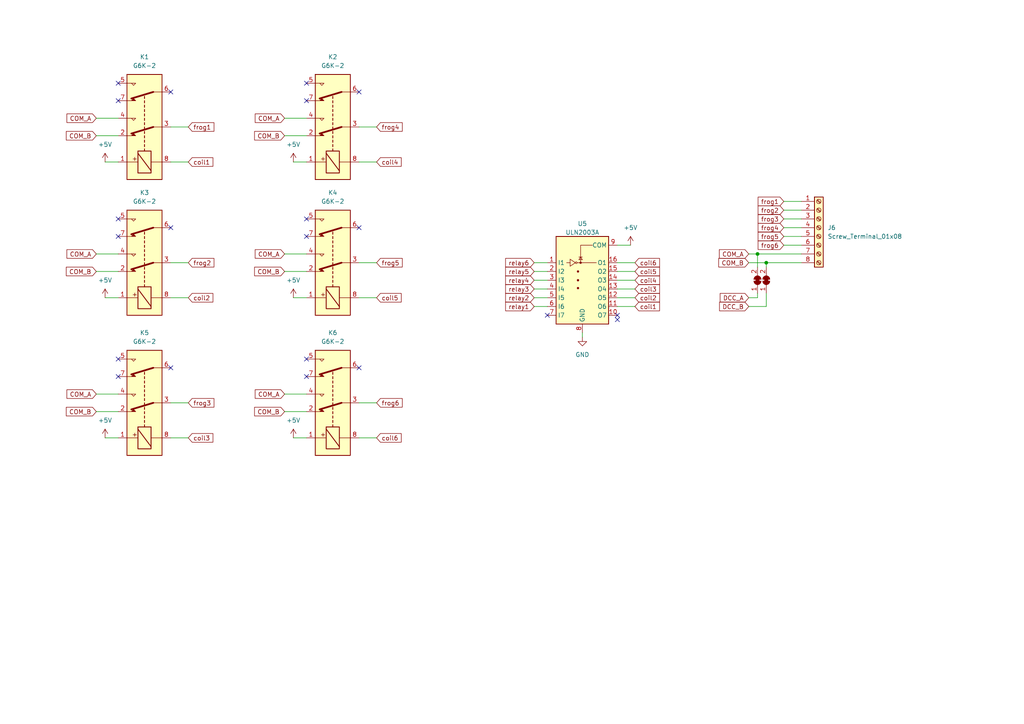
<source format=kicad_sch>
(kicad_sch (version 20211123) (generator eeschema)
  (paper "A4")
  (lib_symbols
    (symbol "Connector:Screw_Terminal_01x08" (pin_names (offset 1.016) hide)
      (property "Reference" "J" (at 0 10.16 0))
      (property "Value" "Screw_Terminal_01x08" (at 0 -12.7 0))
      (symbol "Screw_Terminal_01x08_1_1"
        (rectangle (start -1.27 8.89) (end 1.27 -11.43) (stroke (width 0.254)) (fill (type background)))
        (circle (center 0 -10.16) (radius 0.635) (stroke (width 0.1524)))
        (circle (center 0 -7.62) (radius 0.635) (stroke (width 0.1524)))
        (circle (center 0 -5.08) (radius 0.635) (stroke (width 0.1524)))
        (circle (center 0 -2.54) (radius 0.635) (stroke (width 0.1524)))
        (polyline (pts (xy -0.5334 -9.8298) (xy 0.3302 -10.668)) (stroke (width 0.1524)))
        (polyline (pts (xy -0.5334 -7.2898) (xy 0.3302 -8.128)) (stroke (width 0.1524)))
        (polyline (pts (xy -0.5334 -4.7498) (xy 0.3302 -5.588)) (stroke (width 0.1524)))
        (polyline (pts (xy -0.5334 -2.2098) (xy 0.3302 -3.048)) (stroke (width 0.1524)))
        (polyline (pts (xy -0.5334 0.3302) (xy 0.3302 -0.508)) (stroke (width 0.1524)))
        (polyline (pts (xy -0.5334 2.8702) (xy 0.3302 2.032)) (stroke (width 0.1524)))
        (polyline (pts (xy -0.5334 5.4102) (xy 0.3302 4.572)) (stroke (width 0.1524)))
        (polyline (pts (xy -0.5334 7.9502) (xy 0.3302 7.112)) (stroke (width 0.1524)))
        (polyline (pts (xy -0.3556 -9.652) (xy 0.508 -10.4902)) (stroke (width 0.1524)))
        (polyline (pts (xy -0.3556 -7.112) (xy 0.508 -7.9502)) (stroke (width 0.1524)))
        (polyline (pts (xy -0.3556 -4.572) (xy 0.508 -5.4102)) (stroke (width 0.1524)))
        (polyline (pts (xy -0.3556 -2.032) (xy 0.508 -2.8702)) (stroke (width 0.1524)))
        (polyline (pts (xy -0.3556 0.508) (xy 0.508 -0.3302)) (stroke (width 0.1524)))
        (polyline (pts (xy -0.3556 3.048) (xy 0.508 2.2098)) (stroke (width 0.1524)))
        (polyline (pts (xy -0.3556 5.588) (xy 0.508 4.7498)) (stroke (width 0.1524)))
        (polyline (pts (xy -0.3556 8.128) (xy 0.508 7.2898)) (stroke (width 0.1524)))
        (circle (center 0 0) (radius 0.635) (stroke (width 0.1524)))
        (circle (center 0 2.54) (radius 0.635) (stroke (width 0.1524)))
        (circle (center 0 5.08) (radius 0.635) (stroke (width 0.1524)))
        (circle (center 0 7.62) (radius 0.635) (stroke (width 0.1524)))
        (pin passive line (at -5.08 7.62 0) (length 3.81) (name "Pin_1") (number "1"))
        (pin passive line (at -5.08 5.08 0) (length 3.81) (name "Pin_2") (number "2"))
        (pin passive line (at -5.08 2.54 0) (length 3.81) (name "Pin_3") (number "3"))
        (pin passive line (at -5.08 0 0) (length 3.81) (name "Pin_4") (number "4"))
        (pin passive line (at -5.08 -2.54 0) (length 3.81) (name "Pin_5") (number "5"))
        (pin passive line (at -5.08 -5.08 0) (length 3.81) (name "Pin_6") (number "6"))
        (pin passive line (at -5.08 -7.62 0) (length 3.81) (name "Pin_7") (number "7"))
        (pin passive line (at -5.08 -10.16 0) (length 3.81) (name "Pin_8") (number "8"))
      )
    )
    (symbol "Jumper:SolderJumper_2_Bridged" (pin_names (offset 0) hide)
      (property "Reference" "JP" (at 0 2.032 0))
      (property "Value" "SolderJumper_2_Bridged" (at 0 -2.54 0))
      (symbol "SolderJumper_2_Bridged_0_1"
        (rectangle (start -0.508 0.508) (end 0.508 -0.508) (fill (type outline)))
        (arc (start -0.254 1.016) (mid -1.27 0) (end -0.254 -1.016))
        (arc (start -0.254 1.016) (mid -1.27 0) (end -0.254 -1.016) (fill (type outline)))
        (polyline (pts (xy -0.254 1.016) (xy -0.254 -1.016)))
        (polyline (pts (xy 0.254 1.016) (xy 0.254 -1.016)))
        (arc (start 0.254 -1.016) (mid 1.27 0) (end 0.254 1.016))
        (arc (start 0.254 -1.016) (mid 1.27 0) (end 0.254 1.016) (fill (type outline)))
      )
      (symbol "SolderJumper_2_Bridged_1_1"
        (pin passive line (at -3.81 0 0) (length 2.54) (name "A") (number "1"))
        (pin passive line (at 3.81 0 180) (length 2.54) (name "B") (number "2"))
      )
    )
    (symbol "Relay:G6K-2"
      (property "Reference" "K" (at 16.51 3.81 0))
      (property "Value" "G6K-2" (at 16.51 1.27 0))
      (symbol "G6K-2_0_0"
        (text "+" (at -9.271 2.921 0) (effects (font (size 1.27 1.27))))
      )
      (symbol "G6K-2_0_1"
        (rectangle (start -15.24 5.08) (end 15.24 -5.08) (stroke (width 0.254)) (fill (type background)))
        (rectangle (start -13.335 1.905) (end -6.985 -1.905) (stroke (width 0.254)))
        (polyline (pts (xy -12.7 -1.905) (xy -7.62 1.905)) (stroke (width 0.254)))
        (polyline (pts (xy -10.16 -5.08) (xy -10.16 -1.905)))
        (polyline (pts (xy -10.16 5.08) (xy -10.16 1.905)))
        (polyline (pts (xy -6.985 0) (xy -6.35 0)) (stroke (width 0.254)))
        (polyline (pts (xy -5.715 0) (xy -5.08 0)) (stroke (width 0.254)))
        (polyline (pts (xy -4.445 0) (xy -3.81 0)) (stroke (width 0.254)))
        (polyline (pts (xy -3.175 0) (xy -2.54 0)) (stroke (width 0.254)))
        (polyline (pts (xy -1.905 0) (xy -1.27 0)) (stroke (width 0.254)))
        (polyline (pts (xy -0.635 0) (xy 0 0)) (stroke (width 0.254)))
        (polyline (pts (xy 0 -2.54) (xy -1.905 3.81)) (stroke (width 0.508)))
        (polyline (pts (xy 0 -2.54) (xy 0 -5.08)))
        (polyline (pts (xy 0.635 0) (xy 1.27 0)) (stroke (width 0.254)))
        (polyline (pts (xy 1.905 0) (xy 2.54 0)) (stroke (width 0.254)))
        (polyline (pts (xy 3.175 0) (xy 3.81 0)) (stroke (width 0.254)))
        (polyline (pts (xy 4.445 0) (xy 5.08 0)) (stroke (width 0.254)))
        (polyline (pts (xy 5.715 0) (xy 6.35 0)) (stroke (width 0.254)))
        (polyline (pts (xy 6.985 0) (xy 7.62 0)) (stroke (width 0.254)))
        (polyline (pts (xy 8.255 0) (xy 8.89 0)) (stroke (width 0.254)))
        (polyline (pts (xy 10.16 -2.54) (xy 8.255 3.81)) (stroke (width 0.508)))
        (polyline (pts (xy 10.16 -2.54) (xy 10.16 -5.08)))
        (polyline (pts (xy -2.54 5.08) (xy -2.54 2.54) (xy -1.905 3.175) (xy -2.54 3.81)) (fill (type outline)))
        (polyline (pts (xy 2.54 5.08) (xy 2.54 2.54) (xy 1.905 3.175) (xy 2.54 3.81)))
        (polyline (pts (xy 7.62 5.08) (xy 7.62 2.54) (xy 8.255 3.175) (xy 7.62 3.81)) (fill (type outline)))
        (polyline (pts (xy 12.7 5.08) (xy 12.7 2.54) (xy 12.065 3.175) (xy 12.7 3.81)))
      )
      (symbol "G6K-2_1_1"
        (pin passive line (at -10.16 7.62 270) (length 2.54) (name "~") (number "1"))
        (pin passive line (at -2.54 7.62 270) (length 2.54) (name "~") (number "2"))
        (pin passive line (at 0 -7.62 90) (length 2.54) (name "~") (number "3"))
        (pin passive line (at 2.54 7.62 270) (length 2.54) (name "~") (number "4"))
        (pin passive line (at 12.7 7.62 270) (length 2.54) (name "~") (number "5"))
        (pin passive line (at 10.16 -7.62 90) (length 2.54) (name "~") (number "6"))
        (pin passive line (at 7.62 7.62 270) (length 2.54) (name "~") (number "7"))
        (pin passive line (at -10.16 -7.62 90) (length 2.54) (name "~") (number "8"))
      )
    )
    (symbol "Transistor_Array:ULN2003A"
      (property "Reference" "U" (at 0 15.875 0))
      (property "Value" "ULN2003A" (at 0 13.97 0))
      (symbol "ULN2003A_0_1"
        (rectangle (start -7.62 -12.7) (end 7.62 12.7) (stroke (width 0.254)) (fill (type background)))
        (circle (center -1.778 5.08) (radius 0.254))
        (circle (center -1.27 -2.286) (radius 0.254) (fill (type outline)))
        (circle (center -1.27 0) (radius 0.254) (fill (type outline)))
        (circle (center -1.27 2.54) (radius 0.254) (fill (type outline)))
        (circle (center -0.508 5.08) (radius 0.254) (fill (type outline)))
        (polyline (pts (xy -4.572 5.08) (xy -3.556 5.08)))
        (polyline (pts (xy -1.524 5.08) (xy 4.064 5.08)))
        (polyline (pts (xy 0 6.731) (xy -1.016 6.731)))
        (polyline (pts (xy -0.508 5.08) (xy -0.508 10.16) (xy 2.921 10.16)))
        (polyline (pts (xy -3.556 6.096) (xy -3.556 4.064) (xy -2.032 5.08) (xy -3.556 6.096)))
        (polyline (pts (xy 0 5.969) (xy -1.016 5.969) (xy -0.508 6.731) (xy 0 5.969)))
      )
      (symbol "ULN2003A_1_1"
        (pin input line (at -10.16 5.08 0) (length 2.54) (name "I1") (number "1"))
        (pin open_collector line (at 10.16 -10.16 180) (length 2.54) (name "O7") (number "10"))
        (pin open_collector line (at 10.16 -7.62 180) (length 2.54) (name "O6") (number "11"))
        (pin open_collector line (at 10.16 -5.08 180) (length 2.54) (name "O5") (number "12"))
        (pin open_collector line (at 10.16 -2.54 180) (length 2.54) (name "O4") (number "13"))
        (pin open_collector line (at 10.16 0 180) (length 2.54) (name "O3") (number "14"))
        (pin open_collector line (at 10.16 2.54 180) (length 2.54) (name "O2") (number "15"))
        (pin open_collector line (at 10.16 5.08 180) (length 2.54) (name "O1") (number "16"))
        (pin input line (at -10.16 2.54 0) (length 2.54) (name "I2") (number "2"))
        (pin input line (at -10.16 0 0) (length 2.54) (name "I3") (number "3"))
        (pin input line (at -10.16 -2.54 0) (length 2.54) (name "I4") (number "4"))
        (pin input line (at -10.16 -5.08 0) (length 2.54) (name "I5") (number "5"))
        (pin input line (at -10.16 -7.62 0) (length 2.54) (name "I6") (number "6"))
        (pin input line (at -10.16 -10.16 0) (length 2.54) (name "I7") (number "7"))
        (pin power_in line (at 0 -15.24 90) (length 2.54) (name "GND") (number "8"))
        (pin passive line (at 10.16 10.16 180) (length 2.54) (name "COM") (number "9"))
      )
    )
    (symbol "power:+5V" (power) (pin_names (offset 0))
      (property "Value" "+5V" (at 0 3.556 0))
      (symbol "+5V_0_1"
        (polyline (pts (xy -0.762 1.27) (xy 0 2.54)))
        (polyline (pts (xy 0 0) (xy 0 2.54)))
        (polyline (pts (xy 0 2.54) (xy 0.762 1.27)))
      )
      (symbol "+5V_1_1"
        (pin power_in line (at 0 0 90) (length 0) hide (name "+5V") (number "1"))
      )
    )
    (symbol "power:GND" (power) (pin_names (offset 0))
      (property "Value" "GND" (at 0 -3.81 0))
      (symbol "GND_0_1"
        (polyline (pts (xy 0 0) (xy 0 -1.27) (xy 1.27 -1.27) (xy 0 -2.54) (xy -1.27 -1.27) (xy 0 -1.27)))
      )
      (symbol "GND_1_1"
        (pin power_in line (at 0 0 270) (length 0) hide (name "GND") (number "1"))
      )
    )
  )
  (junction (at 222.25 76.2))
  (junction (at 219.71 73.66))
  (no_connect (at 158.75 91.44))
  (no_connect (at 34.29 68.58))
  (no_connect (at 104.14 66.04))
  (no_connect (at 49.53 106.68))
  (no_connect (at 179.07 91.44))
  (no_connect (at 88.9 109.22))
  (no_connect (at 88.9 104.14))
  (no_connect (at 88.9 29.21))
  (no_connect (at 88.9 68.58))
  (no_connect (at 34.29 24.13))
  (no_connect (at 49.53 66.04))
  (no_connect (at 34.29 29.21))
  (no_connect (at 104.14 106.68))
  (no_connect (at 34.29 63.5))
  (no_connect (at 49.53 26.67))
  (no_connect (at 34.29 104.14))
  (no_connect (at 104.14 26.67))
  (no_connect (at 34.29 109.22))
  (no_connect (at 88.9 63.5))
  (no_connect (at 179.07 92.71))
  (no_connect (at 88.9 24.13))
  (wire (pts (xy 154.94 83.82) (xy 158.75 83.82)))
  (wire (pts (xy 179.07 71.12) (xy 182.88 71.12)))
  (wire (pts (xy 27.94 73.66) (xy 34.29 73.66)))
  (wire (pts (xy 54.61 36.83) (xy 49.53 36.83)))
  (wire (pts (xy 227.33 63.5) (xy 232.41 63.5)))
  (wire (pts (xy 34.29 86.36) (xy 30.48 86.36)))
  (wire (pts (xy 217.17 76.2) (xy 222.25 76.2)))
  (wire (pts (xy 222.25 76.2) (xy 232.41 76.2)))
  (wire (pts (xy 154.94 78.74) (xy 158.75 78.74)))
  (wire (pts (xy 217.17 86.36) (xy 219.71 86.36)))
  (wire (pts (xy 27.94 39.37) (xy 34.29 39.37)))
  (wire (pts (xy 54.61 127) (xy 49.53 127)))
  (wire (pts (xy 179.07 81.28) (xy 184.15 81.28)))
  (wire (pts (xy 54.61 46.99) (xy 49.53 46.99)))
  (wire (pts (xy 54.61 86.36) (xy 49.53 86.36)))
  (wire (pts (xy 27.94 119.38) (xy 34.29 119.38)))
  (wire (pts (xy 54.61 76.2) (xy 49.53 76.2)))
  (wire (pts (xy 109.22 76.2) (xy 104.14 76.2)))
  (wire (pts (xy 217.17 88.9) (xy 222.25 88.9)))
  (wire (pts (xy 88.9 127) (xy 85.09 127)))
  (wire (pts (xy 82.55 34.29) (xy 88.9 34.29)))
  (wire (pts (xy 227.33 60.96) (xy 232.41 60.96)))
  (wire (pts (xy 82.55 73.66) (xy 88.9 73.66)))
  (wire (pts (xy 222.25 88.9) (xy 222.25 85.09)))
  (wire (pts (xy 109.22 46.99) (xy 104.14 46.99)))
  (wire (pts (xy 227.33 58.42) (xy 232.41 58.42)))
  (wire (pts (xy 154.94 81.28) (xy 158.75 81.28)))
  (wire (pts (xy 109.22 86.36) (xy 104.14 86.36)))
  (wire (pts (xy 168.91 97.79) (xy 168.91 96.52)))
  (wire (pts (xy 27.94 78.74) (xy 34.29 78.74)))
  (wire (pts (xy 34.29 127) (xy 30.48 127)))
  (wire (pts (xy 222.25 76.2) (xy 222.25 77.47)))
  (wire (pts (xy 179.07 88.9) (xy 184.15 88.9)))
  (wire (pts (xy 88.9 86.36) (xy 85.09 86.36)))
  (wire (pts (xy 227.33 71.12) (xy 232.41 71.12)))
  (wire (pts (xy 82.55 78.74) (xy 88.9 78.74)))
  (wire (pts (xy 219.71 86.36) (xy 219.71 85.09)))
  (wire (pts (xy 179.07 78.74) (xy 184.15 78.74)))
  (wire (pts (xy 227.33 68.58) (xy 232.41 68.58)))
  (wire (pts (xy 179.07 86.36) (xy 184.15 86.36)))
  (wire (pts (xy 219.71 73.66) (xy 232.41 73.66)))
  (wire (pts (xy 27.94 34.29) (xy 34.29 34.29)))
  (wire (pts (xy 88.9 46.99) (xy 85.09 46.99)))
  (wire (pts (xy 154.94 88.9) (xy 158.75 88.9)))
  (wire (pts (xy 109.22 36.83) (xy 104.14 36.83)))
  (wire (pts (xy 109.22 116.84) (xy 104.14 116.84)))
  (wire (pts (xy 54.61 116.84) (xy 49.53 116.84)))
  (wire (pts (xy 219.71 73.66) (xy 219.71 77.47)))
  (wire (pts (xy 154.94 86.36) (xy 158.75 86.36)))
  (wire (pts (xy 154.94 76.2) (xy 158.75 76.2)))
  (wire (pts (xy 217.17 73.66) (xy 219.71 73.66)))
  (wire (pts (xy 27.94 114.3) (xy 34.29 114.3)))
  (wire (pts (xy 179.07 76.2) (xy 184.15 76.2)))
  (wire (pts (xy 34.29 46.99) (xy 30.48 46.99)))
  (wire (pts (xy 227.33 66.04) (xy 232.41 66.04)))
  (wire (pts (xy 109.22 127) (xy 104.14 127)))
  (wire (pts (xy 82.55 119.38) (xy 88.9 119.38)))
  (wire (pts (xy 179.07 83.82) (xy 184.15 83.82)))
  (wire (pts (xy 82.55 39.37) (xy 88.9 39.37)))
  (wire (pts (xy 82.55 114.3) (xy 88.9 114.3)))
  (global_label "COM_A" (shape input) (at 27.94 73.66 180) (property "Intersheet References" "${INTERSHEET_REFS}" (effects hide)))
  (global_label "coil5" (shape input) (at 184.15 78.74 0) (property "Intersheet References" "${INTERSHEET_REFS}" (effects hide)))
  (global_label "relay3" (shape input) (at 154.94 83.82 180) (property "Intersheet References" "${INTERSHEET_REFS}" (effects hide)))
  (global_label "frog5" (shape input) (at 227.33 68.58 180) (property "Intersheet References" "${INTERSHEET_REFS}" (effects hide)))
  (global_label "frog3" (shape input) (at 54.61 116.84 0) (property "Intersheet References" "${INTERSHEET_REFS}" (effects hide)))
  (global_label "frog1" (shape input) (at 54.61 36.83 0) (property "Intersheet References" "${INTERSHEET_REFS}" (effects hide)))
  (global_label "coil2" (shape input) (at 184.15 86.36 0) (property "Intersheet References" "${INTERSHEET_REFS}" (effects hide)))
  (global_label "COM_B" (shape input) (at 27.94 119.38 180) (property "Intersheet References" "${INTERSHEET_REFS}" (effects hide)))
  (global_label "relay4" (shape input) (at 154.94 81.28 180) (property "Intersheet References" "${INTERSHEET_REFS}" (effects hide)))
  (global_label "frog4" (shape input) (at 227.33 66.04 180) (property "Intersheet References" "${INTERSHEET_REFS}" (effects hide)))
  (global_label "frog2" (shape input) (at 227.33 60.96 180) (property "Intersheet References" "${INTERSHEET_REFS}" (effects hide)))
  (global_label "COM_A" (shape input) (at 217.17 73.66 180) (property "Intersheet References" "${INTERSHEET_REFS}" (effects hide)))
  (global_label "DCC_B" (shape input) (at 217.17 88.9 180) (property "Intersheet References" "${INTERSHEET_REFS}" (effects hide)))
  (global_label "coil4" (shape input) (at 184.15 81.28 0) (property "Intersheet References" "${INTERSHEET_REFS}" (effects hide)))
  (global_label "frog3" (shape input) (at 227.33 63.5 180) (property "Intersheet References" "${INTERSHEET_REFS}" (effects hide)))
  (global_label "COM_B" (shape input) (at 217.17 76.2 180) (property "Intersheet References" "${INTERSHEET_REFS}" (effects hide)))
  (global_label "COM_B" (shape input) (at 82.55 119.38 180) (property "Intersheet References" "${INTERSHEET_REFS}" (effects hide)))
  (global_label "coil6" (shape input) (at 109.22 127 0) (property "Intersheet References" "${INTERSHEET_REFS}" (effects hide)))
  (global_label "frog5" (shape input) (at 109.22 76.2 0) (property "Intersheet References" "${INTERSHEET_REFS}" (effects hide)))
  (global_label "relay5" (shape input) (at 154.94 78.74 180) (property "Intersheet References" "${INTERSHEET_REFS}" (effects hide)))
  (global_label "frog1" (shape input) (at 227.33 58.42 180) (property "Intersheet References" "${INTERSHEET_REFS}" (effects hide)))
  (global_label "COM_A" (shape input) (at 82.55 34.29 180) (property "Intersheet References" "${INTERSHEET_REFS}" (effects hide)))
  (global_label "COM_A" (shape input) (at 27.94 114.3 180) (property "Intersheet References" "${INTERSHEET_REFS}" (effects hide)))
  (global_label "DCC_A" (shape input) (at 217.17 86.36 180) (property "Intersheet References" "${INTERSHEET_REFS}" (effects hide)))
  (global_label "coil3" (shape input) (at 184.15 83.82 0) (property "Intersheet References" "${INTERSHEET_REFS}" (effects hide)))
  (global_label "frog6" (shape input) (at 109.22 116.84 0) (property "Intersheet References" "${INTERSHEET_REFS}" (effects hide)))
  (global_label "coil1" (shape input) (at 184.15 88.9 0) (property "Intersheet References" "${INTERSHEET_REFS}" (effects hide)))
  (global_label "coil3" (shape input) (at 54.61 127 0) (property "Intersheet References" "${INTERSHEET_REFS}" (effects hide)))
  (global_label "COM_A" (shape input) (at 27.94 34.29 180) (property "Intersheet References" "${INTERSHEET_REFS}" (effects hide)))
  (global_label "COM_B" (shape input) (at 27.94 39.37 180) (property "Intersheet References" "${INTERSHEET_REFS}" (effects hide)))
  (global_label "coil6" (shape input) (at 184.15 76.2 0) (property "Intersheet References" "${INTERSHEET_REFS}" (effects hide)))
  (global_label "frog4" (shape input) (at 109.22 36.83 0) (property "Intersheet References" "${INTERSHEET_REFS}" (effects hide)))
  (global_label "COM_B" (shape input) (at 27.94 78.74 180) (property "Intersheet References" "${INTERSHEET_REFS}" (effects hide)))
  (global_label "coil4" (shape input) (at 109.22 46.99 0) (property "Intersheet References" "${INTERSHEET_REFS}" (effects hide)))
  (global_label "frog2" (shape input) (at 54.61 76.2 0) (property "Intersheet References" "${INTERSHEET_REFS}" (effects hide)))
  (global_label "coil2" (shape input) (at 54.61 86.36 0) (property "Intersheet References" "${INTERSHEET_REFS}" (effects hide)))
  (global_label "COM_A" (shape input) (at 82.55 114.3 180) (property "Intersheet References" "${INTERSHEET_REFS}" (effects hide)))
  (global_label "relay1" (shape input) (at 154.94 88.9 180) (property "Intersheet References" "${INTERSHEET_REFS}" (effects hide)))
  (global_label "coil5" (shape input) (at 109.22 86.36 0) (property "Intersheet References" "${INTERSHEET_REFS}" (effects hide)))
  (global_label "coil1" (shape input) (at 54.61 46.99 0) (property "Intersheet References" "${INTERSHEET_REFS}" (effects hide)))
  (global_label "COM_B" (shape input) (at 82.55 78.74 180) (property "Intersheet References" "${INTERSHEET_REFS}" (effects hide)))
  (global_label "relay2" (shape input) (at 154.94 86.36 180) (property "Intersheet References" "${INTERSHEET_REFS}" (effects hide)))
  (global_label "relay6" (shape input) (at 154.94 76.2 180) (property "Intersheet References" "${INTERSHEET_REFS}" (effects hide)))
  (global_label "COM_B" (shape input) (at 82.55 39.37 180) (property "Intersheet References" "${INTERSHEET_REFS}" (effects hide)))
  (global_label "frog6" (shape input) (at 227.33 71.12 180) (property "Intersheet References" "${INTERSHEET_REFS}" (effects hide)))
  (global_label "COM_A" (shape input) (at 82.55 73.66 180) (property "Intersheet References" "${INTERSHEET_REFS}" (effects hide)))
  (symbol (lib_id "power:+5V") (at 30.48 86.36 0) (unit 1)
    (property "Reference" "#PWR024" (effects hide))
    (property "Value" "+5V" (at 30.48 81.28 0))
  )
  (symbol (lib_id "power:+5V") (at 30.48 127 0) (unit 1)
    (property "Reference" "#PWR027" (effects hide))
    (property "Value" "+5V" (at 30.48 121.92 0))
  )
  (symbol (lib_id "Relay:G6K-2") (at 96.52 36.83 90) (unit 1)
    (property "Reference" "K2" (at 96.52 16.51 90))
    (property "Value" "G6K-2" (at 96.52 19.05 90))
    (property "Footprint" "Relay_SMD:Relay_DPDT_Omron_G6K-2F-Y" (effects hide))
    (property "Datasheet" "http://omronfs.omron.com/en_US/ecb/products/pdf/en-g6k.pdf" (effects hide))
    (property "JLCPCB Part#" "C47190" (effects hide))
  )
  (symbol (lib_id "power:GND") (at 168.91 97.79 0) (unit 1)
    (property "Reference" "#PWR026" (effects hide))
    (property "Value" "GND" (at 168.91 102.87 0))
  )
  (symbol (lib_id "Connector:Screw_Terminal_01x08") (at 237.49 66.04 0) (unit 1)
    (property "Reference" "J6" (at 240.03 66.0399 0) (effects (justify left)))
    (property "Value" "Screw_Terminal_01x08" (at 240.03 68.5799 0) (effects (justify left)))
    (property "Footprint" "TerminalBlock_Phoenix:TerminalBlock_Phoenix_MKDS-1,5-8-5.08_1x08_P5.08mm_Horizontal" (effects hide))
  )
  (symbol (lib_id "Jumper:SolderJumper_2_Bridged") (at 219.71 81.28 90) (unit 1)
    (property "Reference" "JP1" (effects hide))
    (property "Value" "SolderJumper_2_Bridged" (effects hide))
    (property "Footprint" "Jumper:SolderJumper-2_P1.3mm_Bridged_RoundedPad1.0x1.5mm" (effects hide))
  )
  (symbol (lib_id "Relay:G6K-2") (at 96.52 76.2 90) (unit 1)
    (property "Reference" "K4" (at 96.52 55.88 90))
    (property "Value" "G6K-2" (at 96.52 58.42 90))
    (property "Footprint" "Relay_SMD:Relay_DPDT_Omron_G6K-2F-Y" (effects hide))
    (property "Datasheet" "http://omronfs.omron.com/en_US/ecb/products/pdf/en-g6k.pdf" (effects hide))
    (property "JLCPCB Part#" "C47190" (effects hide))
  )
  (symbol (lib_id "Relay:G6K-2") (at 41.91 116.84 90) (unit 1)
    (property "Reference" "K5" (at 41.91 96.52 90))
    (property "Value" "G6K-2" (at 41.91 99.06 90))
    (property "Footprint" "Relay_SMD:Relay_DPDT_Omron_G6K-2F-Y" (effects hide))
    (property "Datasheet" "http://omronfs.omron.com/en_US/ecb/products/pdf/en-g6k.pdf" (effects hide))
    (property "JLCPCB Part#" "C47190" (effects hide))
  )
  (symbol (lib_id "power:+5V") (at 30.48 46.99 0) (unit 1)
    (property "Reference" "#PWR021" (effects hide))
    (property "Value" "+5V" (at 30.48 41.91 0))
  )
  (symbol (lib_id "Relay:G6K-2") (at 41.91 76.2 90) (unit 1)
    (property "Reference" "K3" (at 41.91 55.88 90))
    (property "Value" "G6K-2" (at 41.91 58.42 90))
    (property "Footprint" "Relay_SMD:Relay_DPDT_Omron_G6K-2F-Y" (effects hide))
    (property "Datasheet" "http://omronfs.omron.com/en_US/ecb/products/pdf/en-g6k.pdf" (effects hide))
    (property "JLCPCB Part#" "C47190" (effects hide))
  )
  (symbol (lib_id "Transistor_Array:ULN2003A") (at 168.91 81.28 0) (unit 1)
    (property "Reference" "U5" (at 168.91 64.8802 0))
    (property "Value" "ULN2003A" (at 168.91 67.4171 0))
    (property "Footprint" "Package_SO:SOIC-16_3.9x9.9mm_P1.27mm" (effects hide))
    (property "Datasheet" "http://www.ti.com/lit/ds/symlink/uln2003a.pdf" (effects hide))
  )
  (symbol (lib_id "power:+5V") (at 85.09 127 0) (unit 1)
    (property "Reference" "#PWR028" (effects hide))
    (property "Value" "+5V" (at 85.09 121.92 0))
  )
  (symbol (lib_id "power:+5V") (at 85.09 46.99 0) (unit 1)
    (property "Reference" "#PWR022" (effects hide))
    (property "Value" "+5V" (at 85.09 41.91 0))
  )
  (symbol (lib_id "Relay:G6K-2") (at 96.52 116.84 90) (unit 1)
    (property "Reference" "K6" (at 96.52 96.52 90))
    (property "Value" "G6K-2" (at 96.52 99.06 90))
    (property "Footprint" "Relay_SMD:Relay_DPDT_Omron_G6K-2F-Y" (effects hide))
    (property "Datasheet" "http://omronfs.omron.com/en_US/ecb/products/pdf/en-g6k.pdf" (effects hide))
    (property "JLCPCB Part#" "C47190" (effects hide))
  )
  (symbol (lib_id "power:+5V") (at 182.88 71.12 0) (unit 1)
    (property "Reference" "#PWR023" (effects hide))
    (property "Value" "+5V" (at 182.88 66.04 0))
  )
  (symbol (lib_id "Relay:G6K-2") (at 41.91 36.83 90) (unit 1)
    (property "Reference" "K1" (at 41.91 16.51 90))
    (property "Value" "G6K-2" (at 41.91 19.05 90))
    (property "Footprint" "Relay_SMD:Relay_DPDT_Omron_G6K-2F-Y" (effects hide))
    (property "Datasheet" "http://omronfs.omron.com/en_US/ecb/products/pdf/en-g6k.pdf" (effects hide))
    (property "JLCPCB Part#" "C47190" (effects hide))
  )
  (symbol (lib_id "power:+5V") (at 85.09 86.36 0) (unit 1)
    (property "Reference" "#PWR025" (effects hide))
    (property "Value" "+5V" (at 85.09 81.28 0))
  )
  (symbol (lib_id "Jumper:SolderJumper_2_Bridged") (at 222.25 81.28 90) (unit 1)
    (property "Reference" "JP2" (effects hide))
    (property "Value" "SolderJumper_2_Bridged" (effects hide))
    (property "Footprint" "Jumper:SolderJumper-2_P1.3mm_Bridged_RoundedPad1.0x1.5mm" (effects hide))
  )
)
</source>
